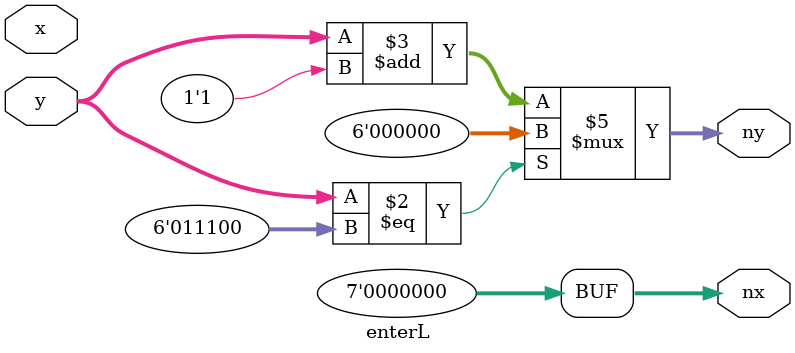
<source format=v>
module edit_mode(input sL,
					  input resetn,
					  input clk,
					  input [6:0] asciiin,
					  input [5:0] clrin,
					  input asciiready,
					  output reg [6:0] cx,
					  output reg [5:0] cy,
					  output [5:0] ccol,
					  output reg [6:0] asciiout,
					  output reg cwren,
					  output reg [6:0] hx,
					  output reg [5:0] hy,
					  output ho,
					  output hen);
assign ccol = clrin;					  

reg [6:0] cxs, cxl, futxs, futxl;
reg [5:0] cys, cyl, futys, futyl;
reg state;

wire [6:0] nxs, bxs, nlxs, nxl, bxl, nlxl;
wire [5:0] nys, bys, nlys, nyl, byl, nlyl;

backspaceS bss(cxs, cys, bxs, bys);
backspaceL bsl(cxl, cyl, bxl, byl);
nextS nes(cxs, cys, nxs, nys);
nextL nel(cxl, cyl, nxl, nyl);
enterS ens(cxs, cys, nlxs, nlys);
enterL enl(cxl, cyl, nlxl, nlyl);

always @(*)
begin
	if (sL) begin
		cx <= cxl;
		cy <= cyl;
	end else begin
		cx <= cxs;
		cy <= cys;
	end
end

reg counter;
reg accept;
reg [22:0] acceptdelay;
always @(negedge resetn or 
			posedge clk)
begin
if (~resetn) begin
	counter <= 1'b0;
	accept <= 1'b1;
	acceptdelay <= 23'b0;
end else if (asciiready && (acceptdelay == 23'b0)) begin
	accept <= 1'b1;
	acceptdelay <= 23'b11111111111111111111111;
	counter <= 1'b1;
end else if (acceptdelay != 23'b0) begin
	acceptdelay <= acceptdelay - 1'b1;
	accept <= 1'b0;
end
else accept <= 1'b0;
end
// write logic
always @(negedge resetn or posedge clk) begin
	if (~resetn) begin
		cxs <= 7'b0;
		cxl <= 7'b0;
		cys <= 6'b0;
		cyl <= 6'b0;
		futxs <= 7'b0;
		futxl <= 7'b0;
		futys <= 6'b0;
		futyl <= 6'b0;
		state <= 2'b00;
	end
	else if (~state) begin
		// do nothing for new chars
		if (accept) begin
			state <= 1'b1;
			if (sL) begin
				case (asciiin)
				7'd13: begin
					// newline
					cwren <= 1'b0;
					futxl <= nlxl;
					futyl <= nlyl;
				end
				7'd8: begin
					// backspace
					cwren <= 1'b1;
					asciiout <= 7'd32;
					futxl <= bxl;
					futyl <= byl;
				end
				default: begin
					cwren <= 1'b1;
					asciiout <= asciiin;
					futxl <= nxl;
					futyl <= nyl;
				end
				endcase
			end else begin 
				case (asciiin)
				7'd13: begin
					// newline
					cwren <= 1'b0;
					futxs <= nlxs;
					futys <= nlys;
				end
				7'd8: begin
					// backspace
					cwren <= 1'b1;
					asciiout <= 7'd32;
					futxs <= bxs;
					futys <= bys;
				end
				default: begin
					cwren <= 1'b1;
					asciiout <= asciiin;
					futxs <= nxs;
					futys <= nys;
				end
				endcase 
			end
		end
	end else begin
		state <= 1'b0; 
		cwren <= 1'b0; 
		if (sL) begin
			cyl <= futyl;
			cxl <= futxl;
		end else begin
			cxs <= futxs;
			cys <= futys;
		end
	end
end

// highlight logic
reg [24:0] hlc;
assign hen = 1'b1;
reg hlyes;
always @(posedge clk) begin
	
	if (~resetn) begin
		hlc <= 24'b100101000000000000000000;
		hlyes <= 1'b1;
	end
	else if (hlc != 23'b0) begin
		hlc <= hlc - 24'b0000000000000000000001;
	end
	else begin
		hlc <= 24'b100101000000000000000000;
		hlyes <= ~hlyes;
	end
end

always @(posedge clk or negedge resetn) begin
	if (~resetn) begin
		hx <= 7'b0;
		hy <= 6'b0;
	end else begin
		if (((hx > 7'd40) & sL) | ((hx > 7'd80))) begin
			if (((hy > 6'd29) & sL) | ((hy > 6'd59))) begin
				hx <= 7'b0;
				hy <= 6'b0;
			end else begin
				hx <= 7'b0;
				hy <= hy + 1'b1;
			end
		end else begin
			hx <= hx + 1'b1;
			hy <= hy;
		end
	end
end

assign ho = ((hx == cx) && (hy == cy) && hlyes);

endmodule

module backspaceS(input [6:0] x,
					 input [5:0] y,
					 output reg [6:0] nx,
					 output reg [5:0] ny);
	always @(*) begin
		if (x == 7'b0) begin
			if (y == 6'b0) begin
				nx = 7'd79;
				ny = 6'd58; 
			end else begin
				nx = 7'd79;
				ny = y - 1'b1;
			end
		end else begin
			nx = x - 1'b1;
			ny = y;
		end
	end
endmodule 

module backspaceL(input [6:0] x,
					 input [5:0] y,
					 output reg [6:0] nx,
					 output reg [5:0] ny);
	always @(*) begin
		if (x == 7'b0) begin
			if (y == 6'b0) begin
				nx = 7'd39;
				ny = 6'd28; 
			end else begin
				nx = 7'd39;
				ny = y - 1'b1;
			end
		end else begin
			nx = x - 1'b1;
			ny = y;
		end
	end
endmodule 

module nextS(input [6:0] x,
					 input [5:0] y,
					 output reg [6:0] nx,
					 output reg [5:0] ny);
	always @(*) begin
		if (x == 7'd79) begin
			if (y == 6'd58) begin
				nx = 7'd0;
				ny = 6'd0; 
			end else begin
				nx = 7'd0;
				ny = y + 1'b1;
			end
		end else begin
			nx = x + 1'b1;
			ny = y;
		end
	end
endmodule

module nextL(input [6:0] x,
					 input [5:0] y,
					 output reg [6:0] nx,
					 output reg [5:0] ny);
	always @(*) begin
		if (x == 7'd39) begin
			if (y == 6'd28) begin
				nx = 7'd0;
				ny = 6'd0; 
			end else begin
				nx = 7'd0;
				ny = y + 1'b1;
			end
		end else begin
			nx = x + 1'b1;
			ny = y;
		end
	end
endmodule

module enterS(input [6:0] x,
					 input [5:0] y,
					 output reg [6:0] nx,
					 output reg [5:0] ny);
	always @(*) begin
		if (y == 6'd58) begin
			nx = 7'd0;
			ny = 6'd0;
		end else begin
			nx = 7'd0;
			ny = y + 1'd1;
		end
	end
endmodule

module enterL(input [6:0] x,
					 input [5:0] y,
					 output reg [6:0] nx,
					 output reg [5:0] ny);
	always @(*) begin
		if (y == 6'd28) begin
			nx = 7'd0;
			ny = 6'd0;
		end else begin
			nx = 7'd0;
			ny = y + 1'd1;
		end
	end
endmodule


</source>
